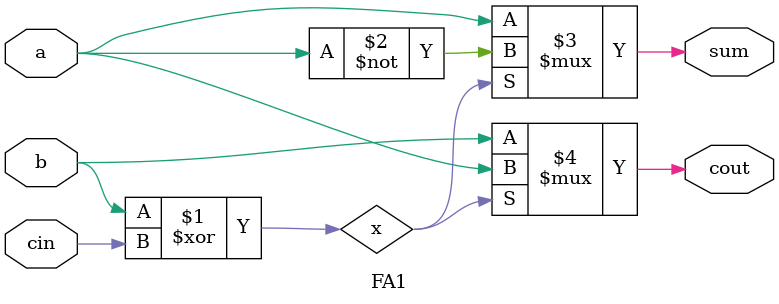
<source format=v>
`timescale 1ns / 1ps


module FA1(input cin,a,b,output cout,sum);
wire x,y,z;
xor x1(x,b,cin);
assign sum=x?~a:a;
assign cout=x?a:b;
endmodule

</source>
